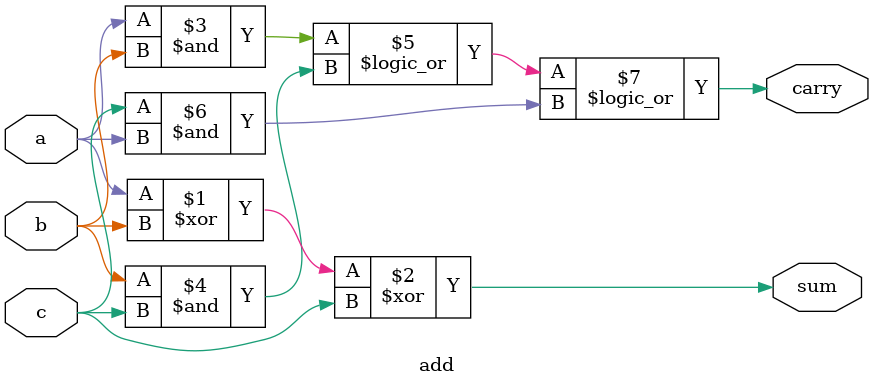
<source format=v>
module add(sum, carry, a, b, c);
  input a, b, c;
  output sum, carry;
    assign sum=a^b^c;
    assign carry= (a&b)||(b&c)||(c&a);
endmodule

</source>
